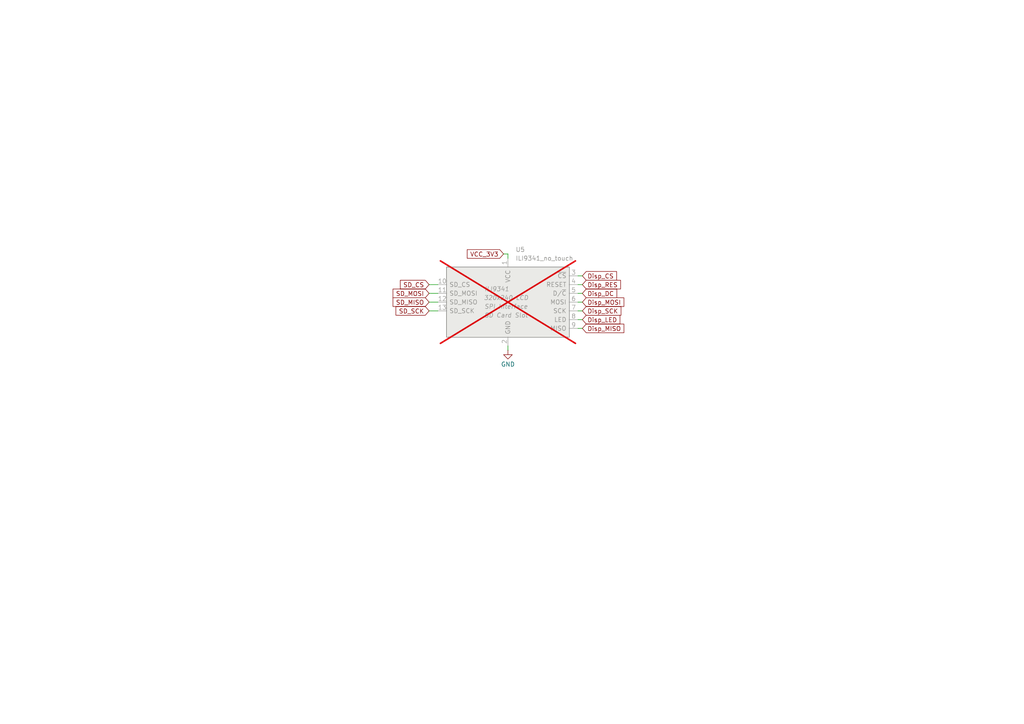
<source format=kicad_sch>
(kicad_sch (version 20231120) (generator "eeschema") (generator_version "8.0")
  (paper "A4")
  (lib_symbols
    (symbol "Thermostat:ILI9341_no_touch" (pin_names (offset 0.762))
      (property "Reference" "U" (at -17.526 13.97 0))
      (property "Value" "ILI9341_no_touch" (at 3.81 17.78 0))
      (symbol "ILI9341_no_touch_0_0"
        (text "320x240 LCD" (at -0.508 7.62 0) (effects (font (size 1.27 1.27) (italic yes))))
        (text "ILI9341" (at -6.858 10.16 0) (effects (font (size 1.27 1.27) (italic yes)) (justify left)))
        (text "SD Card Slot" (at -6.858 2.54 0) (effects (font (size 1.27 1.27) (italic yes)) (justify left)))
        (text "SPI Interface" (at -6.858 5.08 0) (effects (font (size 1.27 1.27) (italic yes)) (justify left)))
      )
      (symbol "ILI9341_no_touch_0_1"
        (rectangle (start -17.78 16.51) (end 17.78 -3.81) (stroke (width 0.254)) (fill (type background)))
      )
      (symbol "ILI9341_no_touch_1_1"
        (pin power_in line (at 0 19.05 270) (length 2.54) (name "VCC") (number "1"))
        (pin input line (at -20.32 11.43 0) (length 2.54) (name "SD_CS") (number "10"))
        (pin input line (at -20.32 8.89 0) (length 2.54) (name "SD_MOSI") (number "11"))
        (pin input line (at -20.32 6.35 0) (length 2.54) (name "SD_MISO") (number "12"))
        (pin input line (at -20.32 3.81 0) (length 2.54) (name "SD_SCK") (number "13"))
        (pin power_in line (at 0 -6.35 90) (length 2.54) (name "GND") (number "2"))
        (pin input line (at 20.32 13.97 180) (length 2.54) (name "~{CS}") (number "3"))
        (pin input line (at 20.32 11.43 180) (length 2.54) (name "RESET") (number "4"))
        (pin input line (at 20.32 8.89 180) (length 2.54) (name "D/~{C}") (number "5"))
        (pin input line (at 20.32 6.35 180) (length 2.54) (name "MOSI") (number "6"))
        (pin input line (at 20.32 3.81 180) (length 2.54) (name "SCK") (number "7"))
        (pin input line (at 20.32 1.27 180) (length 2.54) (name "LED") (number "8"))
        (pin input line (at 20.32 -1.27 180) (length 2.54) (name "MISO") (number "9"))
      )
    )
    (symbol "power:GND" (power) (pin_numbers hide) (pin_names (offset 0) hide)
      (property "Value" "GND" (at 0 -3.81 0))
      (symbol "GND_0_1"
        (polyline (pts (xy 0 0) (xy 0 -1.27) (xy 1.27 -1.27) (xy 0 -2.54) (xy -1.27 -1.27) (xy 0 -1.27)))
      )
      (symbol "GND_1_1"
        (pin power_in line (at 0 0 270) (length 0) (name "~") (number "1"))
      )
    )
  )
  (wire (pts (xy 147.32 73.66) (xy 147.32 74.93)))
  (wire (pts (xy 124.46 85.09) (xy 127 85.09)))
  (wire (pts (xy 168.91 85.09) (xy 167.64 85.09)))
  (wire (pts (xy 147.32 100.33) (xy 147.32 101.6)))
  (wire (pts (xy 168.91 90.17) (xy 167.64 90.17)))
  (wire (pts (xy 168.91 87.63) (xy 167.64 87.63)))
  (wire (pts (xy 146.05 73.66) (xy 147.32 73.66)))
  (wire (pts (xy 168.91 80.01) (xy 167.64 80.01)))
  (wire (pts (xy 168.91 92.71) (xy 167.64 92.71)))
  (wire (pts (xy 124.46 87.63) (xy 127 87.63)))
  (wire (pts (xy 124.46 82.55) (xy 127 82.55)))
  (wire (pts (xy 168.91 95.25) (xy 167.64 95.25)))
  (wire (pts (xy 124.46 90.17) (xy 127 90.17)))
  (wire (pts (xy 168.91 82.55) (xy 167.64 82.55)))
  (global_label "Disp_SCK" (shape input) (at 168.91 90.17 0) (property "Intersheetrefs" "${INTERSHEET_REFS}" (effects (hide yes))))
  (global_label "Disp_RES" (shape input) (at 168.91 82.55 0) (property "Intersheetrefs" "${INTERSHEET_REFS}" (effects (hide yes))))
  (global_label "SD_SCK" (shape input) (at 124.46 90.17 180) (property "Intersheetrefs" "${INTERSHEET_REFS}" (effects (hide yes))))
  (global_label "SD_MOSI" (shape input) (at 124.46 85.09 180) (property "Intersheetrefs" "${INTERSHEET_REFS}" (effects (hide yes))))
  (global_label "Disp_LED" (shape input) (at 168.91 92.71 0) (property "Intersheetrefs" "${INTERSHEET_REFS}" (effects (hide yes))))
  (global_label "VCC_3V3" (shape input) (at 146.05 73.66 180) (property "Intersheetrefs" "${INTERSHEET_REFS}" (effects (hide yes))))
  (global_label "Disp_MISO" (shape input) (at 168.91 95.25 0) (property "Intersheetrefs" "${INTERSHEET_REFS}" (effects (hide yes))))
  (global_label "Disp_CS" (shape input) (at 168.91 80.01 0) (property "Intersheetrefs" "${INTERSHEET_REFS}" (effects (hide yes))))
  (global_label "SD_MISO" (shape input) (at 124.46 87.63 180) (property "Intersheetrefs" "${INTERSHEET_REFS}" (effects (hide yes))))
  (global_label "Disp_MOSI" (shape input) (at 168.91 87.63 0) (property "Intersheetrefs" "${INTERSHEET_REFS}" (effects (hide yes))))
  (global_label "Disp_DC" (shape input) (at 168.91 85.09 0) (property "Intersheetrefs" "${INTERSHEET_REFS}" (effects (hide yes))))
  (global_label "SD_CS" (shape input) (at 124.46 82.55 180) (property "Intersheetrefs" "${INTERSHEET_REFS}" (effects (hide yes))))
  (symbol (lib_id "power:GND") (at 147.32 101.6 0) (unit 1)
    (property "Reference" "#PWR027" (effects (hide yes)))
    (property "Value" "GND" (at 147.32 105.664 0))
    (property "Description" "Power symbol creates a global label with name \"GND\" , ground" (effects (hide yes)))
  )
  (symbol (lib_id "Thermostat:ILI9341_no_touch") (at 147.32 93.98 0) (unit 1) (dnp yes)
    (property "Reference" "U5" (at 149.5141 72.39 0) (effects (justify left)))
    (property "Value" "ILI9341_no_touch" (at 149.5141 74.93 0) (effects (justify left)))
    (property "Footprint" "Project:ILI9341_no_touch_no_mount" (effects (hide yes)))
    (property "Datasheet" "http://pan.baidu.com/s/11Y990" (effects (hide yes)))
    (property "Description" "ILI9341 controller, SPI TFT LCD Display, 9-pin breakout PCB, 4-pin SD card interface, 5V/3.3V" (effects (hide yes)))
  )
)
</source>
